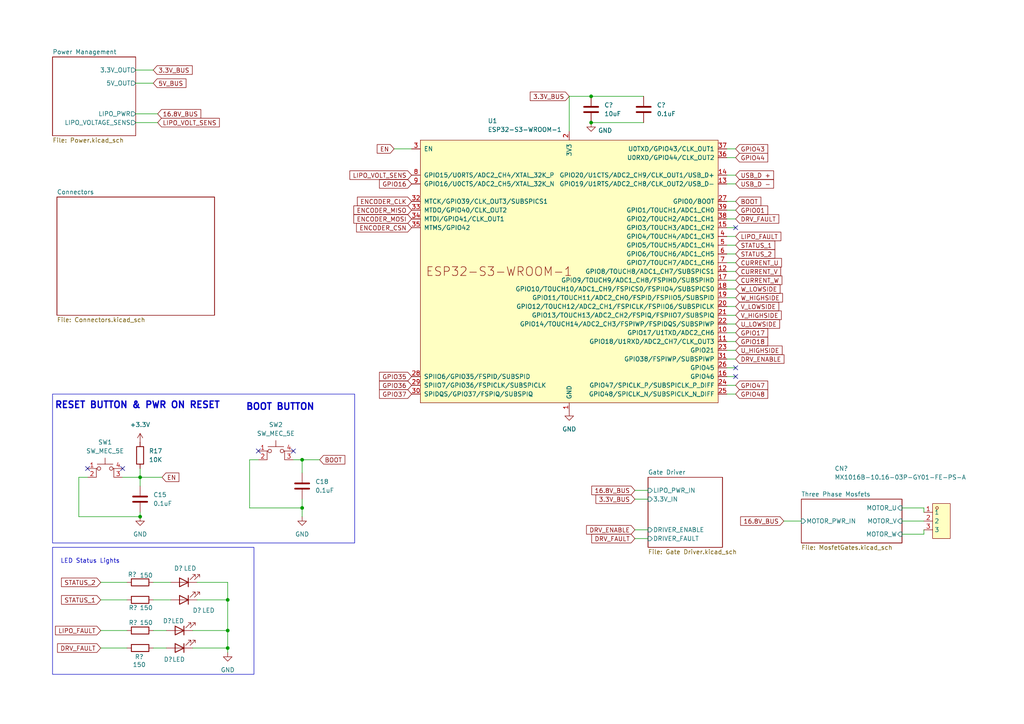
<source format=kicad_sch>
(kicad_sch (version 20250114) (generator "eeschema") (generator_version "9.0")
  (paper "A4")
  (title_block (title "ESP32 Based Brushless Motor Controller"))
  (lib_symbols
    (symbol "Device:C" (pin_numbers (hide yes)) (pin_names (offset 0.254))
      (property "Reference" "C" (at 0.635 2.54 0))
      (property "Value" "C" (at 0.635 -2.54 0))
      (symbol "C_0_1"
        (polyline (pts (xy -2.032 0.762) (xy 2.032 0.762)) (stroke (width 0.508)))
        (polyline (pts (xy -2.032 -0.762) (xy 2.032 -0.762)) (stroke (width 0.508)))
      )
      (symbol "C_1_1"
        (pin passive line (at 0 3.81 270) (length 2.794) (name "~") (number "1"))
        (pin passive line (at 0 -3.81 90) (length 2.794) (name "~") (number "2"))
      )
    )
    (symbol "Device:LED" (pin_numbers (hide yes)) (pin_names (offset 1.016) (hide yes))
      (property "Reference" "D" (at 0 2.54 0))
      (property "Value" "LED" (at 0 -2.54 0))
      (symbol "LED_0_1"
        (polyline (pts (xy -3.048 -0.762) (xy -4.572 -2.286) (xy -3.81 -2.286) (xy -4.572 -2.286) (xy -4.572 -1.524)))
        (polyline (pts (xy -1.778 -0.762) (xy -3.302 -2.286) (xy -2.54 -2.286) (xy -3.302 -2.286) (xy -3.302 -1.524)))
        (polyline (pts (xy -1.27 0) (xy 1.27 0)))
        (polyline (pts (xy -1.27 -1.27) (xy -1.27 1.27)) (stroke (width 0.254)))
        (polyline (pts (xy 1.27 -1.27) (xy 1.27 1.27) (xy -1.27 0) (xy 1.27 -1.27)) (stroke (width 0.254)))
      )
      (symbol "LED_1_1"
        (pin passive line (at -3.81 0 0) (length 2.54) (name "K") (number "1"))
        (pin passive line (at 3.81 0 180) (length 2.54) (name "A") (number "2"))
      )
    )
    (symbol "Device:R" (pin_numbers (hide yes)) (pin_names (offset 0))
      (property "Reference" "R" (at 2.032 0 90))
      (property "Value" "R" (at 0 0 90))
      (symbol "R_0_1"
        (rectangle (start -1.016 -2.54) (end 1.016 2.54) (stroke (width 0.254)))
      )
      (symbol "R_1_1"
        (pin passive line (at 0 3.81 270) (length 1.27) (name "~") (number "1"))
        (pin passive line (at 0 -3.81 90) (length 1.27) (name "~") (number "2"))
      )
    )
    (symbol "PCM_Espressif:ESP32-S3-WROOM-1" (pin_names (offset 1.016))
      (property "Reference" "U" (at -43.18 43.18 0))
      (property "Value" "ESP32-S3-WROOM-1" (at -43.18 40.64 0))
      (symbol "ESP32-S3-WROOM-1_0_0"
        (text "ESP32-S3-WROOM-1" (at -20.32 0 0) (effects (font (size 2.54 2.54))))
        (pin input line (at -45.72 35.56 0) (length 2.54) (name "EN") (number "3"))
        (pin bidirectional line (at -45.72 27.94 0) (length 2.54) (name "GPIO15/U0RTS/ADC2_CH4/XTAL_32K_P") (number "8"))
        (pin bidirectional line (at -45.72 25.4 0) (length 2.54) (name "GPIO16/U0CTS/ADC2_CH5/XTAL_32K_N") (number "9"))
        (pin bidirectional line (at -45.72 20.32 0) (length 2.54) (name "MTCK/GPIO39/CLK_OUT3/SUBSPICS1") (number "32"))
        (pin bidirectional line (at -45.72 17.78 0) (length 2.54) (name "MTDO/GPIO40/CLK_OUT2") (number "33"))
        (pin bidirectional line (at -45.72 15.24 0) (length 2.54) (name "MTDI/GPIO41/CLK_OUT1") (number "34"))
        (pin bidirectional line (at -45.72 12.7 0) (length 2.54) (name "MTMS/GPIO42") (number "35"))
        (pin bidirectional line (at -45.72 -30.48 0) (length 2.54) (name "SPIIO6/GPIO35/FSPID/SUBSPID") (number "28"))
        (pin bidirectional line (at -45.72 -33.02 0) (length 2.54) (name "SPIIO7/GPIO36/FSPICLK/SUBSPICLK") (number "29"))
        (pin bidirectional line (at -45.72 -35.56 0) (length 2.54) (name "SPIDQS/GPIO37/FSPIQ/SUBSPIQ") (number "30"))
        (pin power_in line (at 0 40.64 270) (length 2.54) (name "3V3") (number "2"))
        (pin power_in line (at 0 -40.64 90) (length 2.54) (name "GND") (number "1"))
        (pin passive line (at 0 -40.64 90) (length 2.54) (hide yes) (name "GND") (number "40"))
        (pin passive line (at 0 -40.64 90) (length 2.54) (hide yes) (name "GND") (number "41"))
        (pin bidirectional line (at 45.72 35.56 180) (length 2.54) (name "U0TXD/GPIO43/CLK_OUT1") (number "37"))
        (pin bidirectional line (at 45.72 33.02 180) (length 2.54) (name "U0RXD/GPIO44/CLK_OUT2") (number "36"))
        (pin bidirectional line (at 45.72 27.94 180) (length 2.54) (name "GPIO20/U1CTS/ADC2_CH9/CLK_OUT1/USB_D+") (number "14"))
        (pin bidirectional line (at 45.72 25.4 180) (length 2.54) (name "GPIO19/U1RTS/ADC2_CH8/CLK_OUT2/USB_D-") (number "13"))
        (pin bidirectional line (at 45.72 20.32 180) (length 2.54) (name "GPIO0/BOOT") (number "27"))
        (pin bidirectional line (at 45.72 17.78 180) (length 2.54) (name "GPIO1/TOUCH1/ADC1_CH0") (number "39"))
        (pin bidirectional line (at 45.72 15.24 180) (length 2.54) (name "GPIO2/TOUCH2/ADC1_CH1") (number "38"))
        (pin bidirectional line (at 45.72 12.7 180) (length 2.54) (name "GPIO3/TOUCH3/ADC1_CH2") (number "15"))
        (pin bidirectional line (at 45.72 10.16 180) (length 2.54) (name "GPIO4/TOUCH4/ADC1_CH3") (number "4"))
        (pin bidirectional line (at 45.72 7.62 180) (length 2.54) (name "GPIO5/TOUCH5/ADC1_CH4") (number "5"))
        (pin bidirectional line (at 45.72 5.08 180) (length 2.54) (name "GPIO6/TOUCH6/ADC1_CH5") (number "6"))
        (pin bidirectional line (at 45.72 2.54 180) (length 2.54) (name "GPIO7/TOUCH7/ADC1_CH6") (number "7"))
        (pin bidirectional line (at 45.72 0 180) (length 2.54) (name "GPIO8/TOUCH8/ADC1_CH7/SUBSPICS1") (number "12"))
        (pin bidirectional line (at 45.72 -2.54 180) (length 2.54) (name "GPIO9/TOUCH9/ADC1_CH8/FSPIHD/SUBSPIHD") (number "17"))
        (pin bidirectional line (at 45.72 -5.08 180) (length 2.54) (name "GPIO10/TOUCH10/ADC1_CH9/FSPICS0/FSPIIO4/SUBSPICS0") (number "18"))
        (pin bidirectional line (at 45.72 -7.62 180) (length 2.54) (name "GPIO11/TOUCH11/ADC2_CH0/FSPID/FSPIIO5/SUBSPID") (number "19"))
        (pin bidirectional line (at 45.72 -10.16 180) (length 2.54) (name "GPIO12/TOUCH12/ADC2_CH1/FSPICLK/FSPIIO6/SUBSPICLK") (number "20"))
        (pin bidirectional line (at 45.72 -12.7 180) (length 2.54) (name "GPIO13/TOUCH13/ADC2_CH2/FSPIQ/FSPIIO7/SUBSPIQ") (number "21"))
        (pin bidirectional line (at 45.72 -15.24 180) (length 2.54) (name "GPIO14/TOUCH14/ADC2_CH3/FSPIWP/FSPIDQS/SUBSPIWP") (number "22"))
        (pin bidirectional line (at 45.72 -17.78 180) (length 2.54) (name "GPIO17/U1TXD/ADC2_CH6") (number "10"))
        (pin bidirectional line (at 45.72 -20.32 180) (length 2.54) (name "GPIO18/U1RXD/ADC2_CH7/CLK_OUT3") (number "11"))
        (pin bidirectional line (at 45.72 -22.86 180) (length 2.54) (name "GPIO21") (number "23"))
        (pin bidirectional line (at 45.72 -25.4 180) (length 2.54) (name "GPIO38/FSPIWP/SUBSPIWP") (number "31"))
        (pin bidirectional line (at 45.72 -27.94 180) (length 2.54) (name "GPIO45") (number "26"))
        (pin bidirectional line (at 45.72 -30.48 180) (length 2.54) (name "GPIO46") (number "16"))
        (pin bidirectional line (at 45.72 -33.02 180) (length 2.54) (name "GPIO47/SPICLK_P/SUBSPICLK_P_DIFF") (number "24"))
        (pin bidirectional line (at 45.72 -35.56 180) (length 2.54) (name "GPIO48/SPICLK_N/SUBSPICLK_N_DIFF") (number "25"))
      )
      (symbol "ESP32-S3-WROOM-1_0_1"
        (rectangle (start -43.18 38.1) (end 43.18 -38.1) (fill (type background)))
      )
    )
    (symbol "Switch:SW_MEC_5E" (pin_names (offset 1.016) (hide yes))
      (property "Reference" "SW" (at 0.635 5.715 0))
      (property "Value" "SW_MEC_5E" (at 0 -3.175 0))
      (symbol "SW_MEC_5E_0_1"
        (polyline (pts (xy -2.54 0) (xy -2.54 2.54) (xy -2.286 2.54)))
        (polyline (pts (xy -2.286 3.81) (xy 2.286 3.81)))
        (circle (center -1.778 2.54) (radius 0.508))
        (polyline (pts (xy 0 3.81) (xy 0 5.588)))
        (circle (center 1.778 2.54) (radius 0.508))
        (polyline (pts (xy 2.54 0) (xy 2.54 2.54) (xy 2.286 2.54)))
        (pin passive line (at -5.08 2.54 0) (length 2.54) (name "1") (number "1"))
        (pin passive line (at -5.08 0 0) (length 2.54) (name "2") (number "2"))
        (pin passive line (at 5.08 2.54 180) (length 2.54) (name "A") (number "4"))
        (pin passive line (at 5.08 0 180) (length 2.54) (name "K") (number "3"))
      )
    )
    (symbol "easyeda2kicad:MX1016B-10.16-03P-GY01-FE-PS-A"
      (property "Reference" "CN" (at 0 7.62 0))
      (property "Value" "MX1016B-10.16-03P-GY01-FE-PS-A" (at 0 -7.62 0))
      (symbol "MX1016B-10.16-03P-GY01-FE-PS-A_0_1"
        (rectangle (start -2.54 5.08) (end 2.54 -5.08) (fill (type background)))
        (circle (center -1.27 3.81) (radius 0.38))
        (pin unspecified line (at -5.08 2.54 0) (length 2.54) (name "1") (number "1"))
        (pin unspecified line (at -5.08 0 0) (length 2.54) (name "2") (number "2"))
        (pin unspecified line (at -5.08 -2.54 0) (length 2.54) (name "3") (number "3"))
      )
    )
    (symbol "power:+3.3V" (power) (pin_numbers (hide yes)) (pin_names (offset 0) (hide yes))
      (property "Value" "+3.3V" (at 0 3.556 0))
      (symbol "+3.3V_0_1"
        (polyline (pts (xy -0.762 1.27) (xy 0 2.54)))
        (polyline (pts (xy 0 2.54) (xy 0.762 1.27)))
        (polyline (pts (xy 0 0) (xy 0 2.54)))
      )
      (symbol "+3.3V_1_1"
        (pin power_in line (at 0 0 90) (length 0) (name "~") (number "1"))
      )
    )
    (symbol "power:GND" (power) (pin_numbers (hide yes)) (pin_names (offset 0) (hide yes))
      (property "Value" "GND" (at 0 -3.81 0))
      (symbol "GND_0_1"
        (polyline (pts (xy 0 0) (xy 0 -1.27) (xy 1.27 -1.27) (xy 0 -2.54) (xy -1.27 -1.27) (xy 0 -1.27)))
      )
      (symbol "GND_1_1"
        (pin power_in line (at 0 0 270) (length 0) (name "~") (number "1"))
      )
    )
  )
  (rectangle (start 15.24 158.75) (end 73.66 195.58))
  (rectangle (start 15.24 114.3) (end 102.87 157.48))
  (text "RESET BUTTON & PWR ON RESET" (at 39.878 117.602 0) (effects (font (size 1.905 1.905) (thickness 0.381) (bold yes))))
  (text "BOOT BUTTON" (at 81.28 118.11 0) (effects (font (size 1.905 1.905) (thickness 0.381) (bold yes))))
  (text "LED Status Lights" (at 26.162 162.814 0) (effects (font (size 1.27 1.27))))
  (junction (at 66.04 187.96))
  (junction (at 171.45 35.56))
  (junction (at 171.45 27.94))
  (junction (at 66.04 182.88))
  (junction (at 66.04 173.99))
  (junction (at 40.64 138.43))
  (junction (at 87.63 133.35))
  (junction (at 40.64 149.86))
  (junction (at 87.63 147.32))
  (no_connect (at 35.56 135.89))
  (no_connect (at 25.4 135.89))
  (no_connect (at 85.09 130.81))
  (no_connect (at 74.93 130.81))
  (no_connect (at 213.36 66.04))
  (no_connect (at 213.36 109.22))
  (no_connect (at 213.36 106.68))
  (wire (pts (xy 213.36 106.68) (xy 210.82 106.68)))
  (wire (pts (xy 261.62 154.94) (xy 267.97 154.94)))
  (wire (pts (xy 213.36 53.34) (xy 210.82 53.34)))
  (wire (pts (xy 29.21 168.91) (xy 36.83 168.91)))
  (wire (pts (xy 29.21 182.88) (xy 36.83 182.88)))
  (wire (pts (xy 74.93 133.35) (xy 72.39 133.35)))
  (wire (pts (xy 213.36 43.18) (xy 210.82 43.18)))
  (wire (pts (xy 184.15 156.21) (xy 187.96 156.21)))
  (wire (pts (xy 210.82 96.52) (xy 213.36 96.52)))
  (wire (pts (xy 267.97 154.94) (xy 267.97 153.67)))
  (wire (pts (xy 213.36 50.8) (xy 210.82 50.8)))
  (wire (pts (xy 267.97 147.32) (xy 267.97 148.59)))
  (wire (pts (xy 213.36 109.22) (xy 210.82 109.22)))
  (wire (pts (xy 227.33 151.13) (xy 232.41 151.13)))
  (wire (pts (xy 66.04 187.96) (xy 66.04 189.23)))
  (wire (pts (xy 213.36 76.2) (xy 210.82 76.2)))
  (wire (pts (xy 165.1 27.94) (xy 165.1 38.1)))
  (wire (pts (xy 213.36 114.3) (xy 210.82 114.3)))
  (wire (pts (xy 213.36 58.42) (xy 210.82 58.42)))
  (wire (pts (xy 213.36 60.96) (xy 210.82 60.96)))
  (wire (pts (xy 261.62 151.13) (xy 267.97 151.13)))
  (wire (pts (xy 66.04 182.88) (xy 66.04 187.96)))
  (wire (pts (xy 29.21 173.99) (xy 36.83 173.99)))
  (wire (pts (xy 39.37 20.32) (xy 44.45 20.32)))
  (wire (pts (xy 22.86 149.86) (xy 40.64 149.86)))
  (wire (pts (xy 213.36 83.82) (xy 210.82 83.82)))
  (wire (pts (xy 184.15 153.67) (xy 187.96 153.67)))
  (wire (pts (xy 213.36 93.98) (xy 210.82 93.98)))
  (wire (pts (xy 213.36 81.28) (xy 210.82 81.28)))
  (wire (pts (xy 213.36 99.06) (xy 210.82 99.06)))
  (wire (pts (xy 55.88 187.96) (xy 66.04 187.96)))
  (wire (pts (xy 40.64 148.59) (xy 40.64 149.86)))
  (wire (pts (xy 213.36 88.9) (xy 210.82 88.9)))
  (wire (pts (xy 40.64 138.43) (xy 40.64 140.97)))
  (wire (pts (xy 114.3 43.18) (xy 119.38 43.18)))
  (wire (pts (xy 39.37 33.02) (xy 45.72 33.02)))
  (wire (pts (xy 85.09 133.35) (xy 87.63 133.35)))
  (wire (pts (xy 66.04 168.91) (xy 66.04 173.99)))
  (wire (pts (xy 213.36 68.58) (xy 210.82 68.58)))
  (wire (pts (xy 57.15 173.99) (xy 66.04 173.99)))
  (wire (pts (xy 213.36 71.12) (xy 210.82 71.12)))
  (wire (pts (xy 87.63 147.32) (xy 87.63 149.86)))
  (wire (pts (xy 171.45 27.94) (xy 186.69 27.94)))
  (wire (pts (xy 40.64 138.43) (xy 46.99 138.43)))
  (wire (pts (xy 213.36 86.36) (xy 210.82 86.36)))
  (wire (pts (xy 213.36 73.66) (xy 210.82 73.66)))
  (wire (pts (xy 66.04 173.99) (xy 66.04 182.88)))
  (wire (pts (xy 72.39 133.35) (xy 72.39 147.32)))
  (wire (pts (xy 184.15 142.24) (xy 187.96 142.24)))
  (wire (pts (xy 213.36 63.5) (xy 210.82 63.5)))
  (wire (pts (xy 35.56 138.43) (xy 40.64 138.43)))
  (wire (pts (xy 57.15 168.91) (xy 66.04 168.91)))
  (wire (pts (xy 87.63 133.35) (xy 92.71 133.35)))
  (wire (pts (xy 40.64 135.89) (xy 40.64 138.43)))
  (wire (pts (xy 184.15 144.78) (xy 187.96 144.78)))
  (wire (pts (xy 39.37 24.13) (xy 44.45 24.13)))
  (wire (pts (xy 55.88 182.88) (xy 66.04 182.88)))
  (wire (pts (xy 87.63 133.35) (xy 87.63 137.16)))
  (wire (pts (xy 213.36 91.44) (xy 210.82 91.44)))
  (wire (pts (xy 213.36 66.04) (xy 210.82 66.04)))
  (wire (pts (xy 44.45 173.99) (xy 49.53 173.99)))
  (wire (pts (xy 171.45 35.56) (xy 186.69 35.56)))
  (wire (pts (xy 213.36 104.14) (xy 210.82 104.14)))
  (wire (pts (xy 44.45 168.91) (xy 49.53 168.91)))
  (wire (pts (xy 213.36 45.72) (xy 210.82 45.72)))
  (wire (pts (xy 213.36 78.74) (xy 210.82 78.74)))
  (wire (pts (xy 29.21 187.96) (xy 36.83 187.96)))
  (wire (pts (xy 87.63 144.78) (xy 87.63 147.32)))
  (wire (pts (xy 213.36 111.76) (xy 210.82 111.76)))
  (wire (pts (xy 44.45 187.96) (xy 48.26 187.96)))
  (wire (pts (xy 261.62 147.32) (xy 267.97 147.32)))
  (wire (pts (xy 165.1 27.94) (xy 171.45 27.94)))
  (wire (pts (xy 39.37 35.56) (xy 45.72 35.56)))
  (wire (pts (xy 213.36 101.6) (xy 210.82 101.6)))
  (wire (pts (xy 22.86 138.43) (xy 22.86 149.86)))
  (wire (pts (xy 72.39 147.32) (xy 87.63 147.32)))
  (wire (pts (xy 44.45 182.88) (xy 48.26 182.88)))
  (wire (pts (xy 25.4 138.43) (xy 22.86 138.43)))
  (global_label "3.3V_BUS" (shape input) (at 184.15 144.78 180) (property "Intersheetrefs" "${INTERSHEET_REFS}" (effects (hide yes))))
  (global_label "3.3V_BUS" (shape input) (at 165.1 27.94 180) (property "Intersheetrefs" "${INTERSHEET_REFS}" (effects (hide yes))))
  (global_label "LIPO_VOLT_SENS" (shape input) (at 119.38 50.8 180) (property "Intersheetrefs" "${INTERSHEET_REFS}" (effects (hide yes))))
  (global_label "STATUS_2" (shape input) (at 29.21 168.91 180) (property "Intersheetrefs" "${INTERSHEET_REFS}" (effects (hide yes))))
  (global_label "GPIO44" (shape input) (at 213.36 45.72 0) (property "Intersheetrefs" "${INTERSHEET_REFS}" (effects (hide yes))))
  (global_label "STATUS_2" (shape input) (at 213.36 73.66 0) (property "Intersheetrefs" "${INTERSHEET_REFS}" (effects (hide yes))))
  (global_label "GPIO36" (shape input) (at 119.38 111.76 180) (property "Intersheetrefs" "${INTERSHEET_REFS}" (effects (hide yes))))
  (global_label "STATUS_1" (shape input) (at 29.21 173.99 180) (property "Intersheetrefs" "${INTERSHEET_REFS}" (effects (hide yes))))
  (global_label "ENCODER_MISO" (shape input) (at 119.38 60.96 180) (property "Intersheetrefs" "${INTERSHEET_REFS}" (effects (hide yes))))
  (global_label "CURRENT_W" (shape input) (at 213.36 81.28 0) (property "Intersheetrefs" "${INTERSHEET_REFS}" (effects (hide yes))))
  (global_label "BOOT" (shape input) (at 92.71 133.35 0) (property "Intersheetrefs" "${INTERSHEET_REFS}" (effects (hide yes))))
  (global_label "DRV_FAULT" (shape input) (at 184.15 156.21 180) (property "Intersheetrefs" "${INTERSHEET_REFS}" (effects (hide yes))))
  (global_label "U_LOWSIDE" (shape input) (at 213.36 93.98 0) (property "Intersheetrefs" "${INTERSHEET_REFS}" (effects (hide yes))))
  (global_label "3.3V_BUS" (shape input) (at 44.45 20.32 0) (property "Intersheetrefs" "${INTERSHEET_REFS}" (effects (hide yes))))
  (global_label "GPIO17" (shape input) (at 213.36 96.52 0) (property "Intersheetrefs" "${INTERSHEET_REFS}" (effects (hide yes))))
  (global_label "DRV_FAULT" (shape input) (at 29.21 187.96 180) (property "Intersheetrefs" "${INTERSHEET_REFS}" (effects (hide yes))))
  (global_label "EN" (shape input) (at 114.3 43.18 180) (property "Intersheetrefs" "${INTERSHEET_REFS}" (effects (hide yes))))
  (global_label "USB_D -" (shape input) (at 213.36 53.34 0) (property "Intersheetrefs" "${INTERSHEET_REFS}" (effects (hide yes))))
  (global_label "V_LOWSIDE" (shape input) (at 213.36 88.9 0) (property "Intersheetrefs" "${INTERSHEET_REFS}" (effects (hide yes))))
  (global_label "CURRENT_U" (shape input) (at 213.36 76.2 0) (property "Intersheetrefs" "${INTERSHEET_REFS}" (effects (hide yes))))
  (global_label "U_HIGHSIDE" (shape input) (at 213.36 101.6 0) (property "Intersheetrefs" "${INTERSHEET_REFS}" (effects (hide yes))))
  (global_label "GPIO01" (shape input) (at 213.36 60.96 0) (property "Intersheetrefs" "${INTERSHEET_REFS}" (effects (hide yes))))
  (global_label "LIPO_VOLT_SENS" (shape input) (at 45.72 35.56 0) (property "Intersheetrefs" "${INTERSHEET_REFS}" (effects (hide yes))))
  (global_label "V_HIGHSIDE" (shape input) (at 213.36 91.44 0) (property "Intersheetrefs" "${INTERSHEET_REFS}" (effects (hide yes))))
  (global_label "GPIO48" (shape input) (at 213.36 114.3 0) (property "Intersheetrefs" "${INTERSHEET_REFS}" (effects (hide yes))))
  (global_label "BOOT" (shape input) (at 213.36 58.42 0) (property "Intersheetrefs" "${INTERSHEET_REFS}" (effects (hide yes))))
  (global_label "ENCODER_CLK" (shape input) (at 119.38 58.42 180) (property "Intersheetrefs" "${INTERSHEET_REFS}" (effects (hide yes))))
  (global_label "USB_D +" (shape input) (at 213.36 50.8 0) (property "Intersheetrefs" "${INTERSHEET_REFS}" (effects (hide yes))))
  (global_label "LIPO_FAULT" (shape input) (at 213.36 68.58 0) (property "Intersheetrefs" "${INTERSHEET_REFS}" (effects (hide yes))))
  (global_label "GPIO18" (shape input) (at 213.36 99.06 0) (property "Intersheetrefs" "${INTERSHEET_REFS}" (effects (hide yes))))
  (global_label "STATUS_1" (shape input) (at 213.36 71.12 0) (property "Intersheetrefs" "${INTERSHEET_REFS}" (effects (hide yes))))
  (global_label "DRV_FAULT" (shape input) (at 213.36 63.5 0) (property "Intersheetrefs" "${INTERSHEET_REFS}" (effects (hide yes))))
  (global_label "16.8V_BUS" (shape input) (at 227.33 151.13 180) (property "Intersheetrefs" "${INTERSHEET_REFS}" (effects (hide yes))))
  (global_label "ENCODER_CSN" (shape input) (at 119.38 66.04 180) (property "Intersheetrefs" "${INTERSHEET_REFS}" (effects (hide yes))))
  (global_label "GPIO37" (shape input) (at 119.38 114.3 180) (property "Intersheetrefs" "${INTERSHEET_REFS}" (effects (hide yes))))
  (global_label "GPIO16" (shape input) (at 119.38 53.34 180) (property "Intersheetrefs" "${INTERSHEET_REFS}" (effects (hide yes))))
  (global_label "DRV_ENABLE" (shape input) (at 213.36 104.14 0) (property "Intersheetrefs" "${INTERSHEET_REFS}" (effects (hide yes))))
  (global_label "EN" (shape input) (at 46.99 138.43 0) (property "Intersheetrefs" "${INTERSHEET_REFS}" (effects (hide yes))))
  (global_label "16.8V_BUS" (shape input) (at 45.72 33.02 0) (property "Intersheetrefs" "${INTERSHEET_REFS}" (effects (hide yes))))
  (global_label "16.8V_BUS" (shape input) (at 184.15 142.24 180) (property "Intersheetrefs" "${INTERSHEET_REFS}" (effects (hide yes))))
  (global_label "5V_BUS" (shape input) (at 44.45 24.13 0) (property "Intersheetrefs" "${INTERSHEET_REFS}" (effects (hide yes))))
  (global_label "DRV_ENABLE" (shape input) (at 184.15 153.67 180) (property "Intersheetrefs" "${INTERSHEET_REFS}" (effects (hide yes))))
  (global_label "GPIO35" (shape input) (at 119.38 109.22 180) (property "Intersheetrefs" "${INTERSHEET_REFS}" (effects (hide yes))))
  (global_label "ENCODER_MOSI" (shape input) (at 119.38 63.5 180) (property "Intersheetrefs" "${INTERSHEET_REFS}" (effects (hide yes))))
  (global_label "GPIO43" (shape input) (at 213.36 43.18 0) (property "Intersheetrefs" "${INTERSHEET_REFS}" (effects (hide yes))))
  (global_label "LIPO_FAULT" (shape input) (at 29.21 182.88 180) (property "Intersheetrefs" "${INTERSHEET_REFS}" (effects (hide yes))))
  (global_label "CURRENT_V" (shape input) (at 213.36 78.74 0) (property "Intersheetrefs" "${INTERSHEET_REFS}" (effects (hide yes))))
  (global_label "W_LOWSIDE" (shape input) (at 213.36 83.82 0) (property "Intersheetrefs" "${INTERSHEET_REFS}" (effects (hide yes))))
  (global_label "W_HIGHSIDE" (shape input) (at 213.36 86.36 0) (property "Intersheetrefs" "${INTERSHEET_REFS}" (effects (hide yes))))
  (global_label "GPIO47" (shape input) (at 213.36 111.76 0) (property "Intersheetrefs" "${INTERSHEET_REFS}" (effects (hide yes))))
  (symbol (lib_id "power:+3.3V") (at 40.64 128.27 0) (unit 1)
    (property "Reference" "#PWR038" (effects (hide yes)))
    (property "Value" "+3.3V" (at 40.64 123.19 0))
    (property "Description" "Power symbol creates a global label with name \"+3.3V\"" (effects (hide yes)))
  )
  (symbol (lib_id "Device:LED") (at 52.07 182.88 180) (unit 1)
    (property "Reference" "D?" (at 48.514 180.086 0))
    (property "Value" "LED" (at 51.562 180.086 0))
    (property "Description" "Light emitting diode" (effects (hide yes)))
    (property "Sim.Pins" "1=K 2=A" (effects (hide yes)))
  )
  (symbol (lib_id "power:GND") (at 40.64 149.86 0) (unit 1)
    (property "Reference" "#PWR039" (effects (hide yes)))
    (property "Value" "GND" (at 40.64 154.94 0))
    (property "Description" "Power symbol creates a global label with name \"GND\" , ground" (effects (hide yes)))
  )
  (symbol (lib_id "Device:LED") (at 53.34 168.91 180) (unit 1)
    (property "Reference" "D?" (at 51.7525 164.846 0))
    (property "Value" "LED" (at 55.118 164.846 0))
    (property "Description" "Light emitting diode" (effects (hide yes)))
    (property "Sim.Pins" "1=K 2=A" (effects (hide yes)))
  )
  (symbol (lib_id "power:GND") (at 165.1 119.38 0) (unit 1)
    (property "Reference" "#PWR026" (effects (hide yes)))
    (property "Value" "GND" (at 165.1 124.46 0))
    (property "Description" "Power symbol creates a global label with name \"GND\" , ground" (effects (hide yes)))
  )
  (symbol (lib_id "Switch:SW_MEC_5E") (at 80.01 133.35 0) (unit 1)
    (property "Reference" "SW2" (at 80.01 123.19 0))
    (property "Value" "SW_MEC_5E" (at 80.01 125.73 0))
    (property "Footprint" "easyeda2kicad:SW-SMD_4P-L5.2-W5.2-P3.70-LS6.5" (effects (hide yes)))
    (property "Datasheet" "http://www.apem.com/int/index.php?controller=attachment&id_attachment=1371" (effects (hide yes)))
    (property "Description" "MEC 5E single pole normally-open tactile switch" (effects (hide yes)))
  )
  (symbol (lib_id "Device:C") (at 186.69 31.75 0) (unit 1)
    (property "Reference" "C?" (at 190.5 30.4799 0) (effects (justify left)))
    (property "Value" "0.1uF" (at 190.5 33.0199 0) (effects (justify left)))
    (property "Description" "Unpolarized capacitor" (effects (hide yes)))
  )
  (symbol (lib_id "Switch:SW_MEC_5E") (at 30.48 138.43 0) (unit 1)
    (property "Reference" "SW1" (at 30.48 128.27 0))
    (property "Value" "SW_MEC_5E" (at 30.48 130.81 0))
    (property "Footprint" "easyeda2kicad:SW-SMD_4P-L5.2-W5.2-P3.70-LS6.5" (effects (hide yes)))
    (property "Datasheet" "http://www.apem.com/int/index.php?controller=attachment&id_attachment=1371" (effects (hide yes)))
    (property "Description" "MEC 5E single pole normally-open tactile switch" (effects (hide yes)))
  )
  (symbol (lib_id "power:GND") (at 87.63 149.86 0) (unit 1)
    (property "Reference" "#PWR040" (effects (hide yes)))
    (property "Value" "GND" (at 87.63 154.94 0))
    (property "Description" "Power symbol creates a global label with name \"GND\" , ground" (effects (hide yes)))
  )
  (symbol (lib_id "Device:R") (at 40.64 173.99 90) (unit 1)
    (property "Reference" "R?" (at 38.608 176.276 90))
    (property "Value" "150" (at 42.418 176.276 90))
    (property "Description" "Resistor" (effects (hide yes)))
  )
  (symbol (lib_id "power:GND") (at 171.45 35.56 0) (unit 1)
    (property "Reference" "#PWR025" (effects (hide yes)))
    (property "Value" "GND" (at 175.514 37.846 0))
    (property "Description" "Power symbol creates a global label with name \"GND\" , ground" (effects (hide yes)))
  )
  (symbol (lib_id "Device:R") (at 40.64 168.91 90) (unit 1)
    (property "Reference" "R?" (at 38.354 166.624 90))
    (property "Value" "150" (at 42.418 166.878 90))
    (property "Description" "Resistor" (effects (hide yes)))
  )
  (symbol (lib_id "Device:R") (at 40.64 132.08 0) (unit 1)
    (property "Reference" "R17" (at 43.18 130.8099 0) (effects (justify left)))
    (property "Value" "10K" (at 43.18 133.3499 0) (effects (justify left)))
    (property "Footprint" "Resistor_SMD:R_0805_2012Metric_Pad1.20x1.40mm_HandSolder" (effects (hide yes)))
    (property "Description" "Resistor" (effects (hide yes)))
  )
  (symbol (lib_id "Device:C") (at 40.64 144.78 0) (unit 1)
    (property "Reference" "C15" (at 44.45 143.5099 0) (effects (justify left)))
    (property "Value" "0.1uF" (at 44.45 146.0499 0) (effects (justify left)))
    (property "Footprint" "Capacitor_SMD:C_0805_2012Metric_Pad1.18x1.45mm_HandSolder" (effects (hide yes)))
    (property "Description" "Unpolarized capacitor" (effects (hide yes)))
  )
  (symbol (lib_id "Device:LED") (at 52.07 187.96 180) (unit 1)
    (property "Reference" "D?" (at 48.768 191.262 0))
    (property "Value" "LED" (at 51.816 191.262 0))
    (property "Description" "Light emitting diode" (effects (hide yes)))
    (property "Sim.Pins" "1=K 2=A" (effects (hide yes)))
  )
  (symbol (lib_id "Device:LED") (at 53.34 173.99 180) (unit 1)
    (property "Reference" "D?" (at 57.15 177.038 0))
    (property "Value" "LED" (at 60.452 177.038 0))
    (property "Description" "Light emitting diode" (effects (hide yes)))
    (property "Sim.Pins" "1=K 2=A" (effects (hide yes)))
  )
  (symbol (lib_id "Device:C") (at 87.63 140.97 0) (unit 1)
    (property "Reference" "C18" (at 91.44 139.6999 0) (effects (justify left)))
    (property "Value" "0.1uF" (at 91.44 142.2399 0) (effects (justify left)))
    (property "Footprint" "Capacitor_SMD:C_0805_2012Metric_Pad1.18x1.45mm_HandSolder" (effects (hide yes)))
    (property "Description" "Unpolarized capacitor" (effects (hide yes)))
  )
  (symbol (lib_id "power:GND") (at 66.04 189.23 0) (unit 1)
    (property "Reference" "#PWR028" (effects (hide yes)))
    (property "Value" "GND" (at 66.04 194.31 0))
    (property "Description" "Power symbol creates a global label with name \"GND\" , ground" (effects (hide yes)))
  )
  (symbol (lib_id "Device:R") (at 40.64 182.88 90) (unit 1)
    (property "Reference" "R?" (at 38.608 180.594 90))
    (property "Value" "150" (at 42.418 180.594 90))
    (property "Description" "Resistor" (effects (hide yes)))
  )
  (symbol (lib_id "PCM_Espressif:ESP32-S3-WROOM-1") (at 165.1 78.74 0) (unit 1)
    (property "Reference" "U1" (at 141.478 35.052 0) (effects (justify left)))
    (property "Value" "ESP32-S3-WROOM-1" (at 141.478 37.592 0) (effects (justify left)))
    (property "Footprint" "PCM_Espressif:ESP32-S3-WROOM-1" (effects (hide yes)))
    (property "Datasheet" "https://www.espressif.com/sites/default/files/documentation/esp32-s3-wroom-1_wroom-1u_datasheet_en.pdf" (effects (hide yes)))
    (property "Description" "2.4 GHz WiFi (802.11 b/g/n) and Bluetooth ® 5 (LE) module Built around ESP32S3 series of SoCs, Xtensa ® dualcore 32bit LX7 microprocessor Flash up to 16 MB, PSRAM up to 8 MB 36 GPIOs, rich set of peripherals Onboard PCB antenna" (effects (hide yes)))
  )
  (symbol (lib_id "Device:R") (at 40.64 187.96 90) (unit 1)
    (property "Reference" "R?" (at 40.386 190.5 90))
    (property "Value" "150" (at 40.386 192.786 90))
    (property "Description" "Resistor" (effects (hide yes)))
  )
  (symbol (lib_id "Device:C") (at 171.45 31.75 0) (unit 1)
    (property "Reference" "C?" (at 175.26 30.4799 0) (effects (justify left)))
    (property "Value" "10uF" (at 175.26 33.0199 0) (effects (justify left)))
    (property "Description" "Unpolarized capacitor" (effects (hide yes)))
  )
  (symbol (lib_id "easyeda2kicad:MX1016B-10.16-03P-GY01-FE-PS-A") (at 273.05 151.13 0) (unit 1)
    (property "Reference" "CN?" (at 242.062 135.89 0) (effects (justify left)))
    (property "Value" "MX1016B-10.16-03P-GY01-FE-PS-A" (at 242.062 138.43 0) (effects (justify left)))
    (property "Footprint" "easyeda2kicad:CONN-TH_MX1016B-10.16-03P-GY01-FE-PS-A" (effects (hide yes)))
    (property "LCSC Part" "C5188533" (effects (hide yes)))
  )
  (sheet (at 187.96 138.43) (size 21.59 20.32) (stroke (width 0.1524))
    (property "Sheetname" "Gate Driver" (at 187.96 137.7184 0) (effects (justify left bottom)))
    (property "Sheetfile" "Gate Driver.kicad_sch" (at 187.96 159.3346 0) (effects (justify left top)))
    (pin "3.3V_IN" input (at 187.96 144.78 180))
    (pin "DRIVER_ENABLE" input (at 187.96 153.67 180))
    (pin "DRIVER_FAULT" input (at 187.96 156.21 180))
    (pin "LIPO_PWR_IN" input (at 187.96 142.24 180))
  )
  (sheet (at 232.41 144.78) (size 29.21 12.7) (stroke (width 0.1524))
    (property "Sheetname" "Three Phase Mosfets" (at 232.41 144.0684 0) (effects (justify left bottom)))
    (property "Sheetfile" "MosfetGates.kicad_sch" (at 232.41 158.0646 0) (effects (justify left top)))
    (pin "MOTOR_U" input (at 261.62 147.32 0))
    (pin "MOTOR_V" input (at 261.62 151.13 0))
    (pin "MOTOR_W" input (at 261.62 154.94 0))
    (pin "MOTOR_PWR_IN" input (at 232.41 151.13 180))
  )
  (sheet (at 16.51 57.15) (size 45.72 34.29) (stroke (width 0.1524))
    (property "Sheetname" "Connectors" (at 16.51 56.4384 0) (effects (justify left bottom)))
    (property "Sheetfile" "Connectors.kicad_sch" (at 16.51 92.0246 0) (effects (justify left top)))
  )
  (sheet (at 15.24 16.51) (size 24.13 22.86) (stroke (width 0.1524))
    (property "Sheetname" "Power Management" (at 15.24 15.7984 0) (effects (justify left bottom)))
    (property "Sheetfile" "Power.kicad_sch" (at 15.24 39.9546 0) (effects (justify left top)))
    (pin "3.3V_OUT" output (at 39.37 20.32 0))
    (pin "5V_OUT" output (at 39.37 24.13 0))
    (pin "LIPO_VOLTAGE_SENS" output (at 39.37 35.56 0))
    (pin "LIPO_PWR" output (at 39.37 33.02 0))
  )
)
</source>
